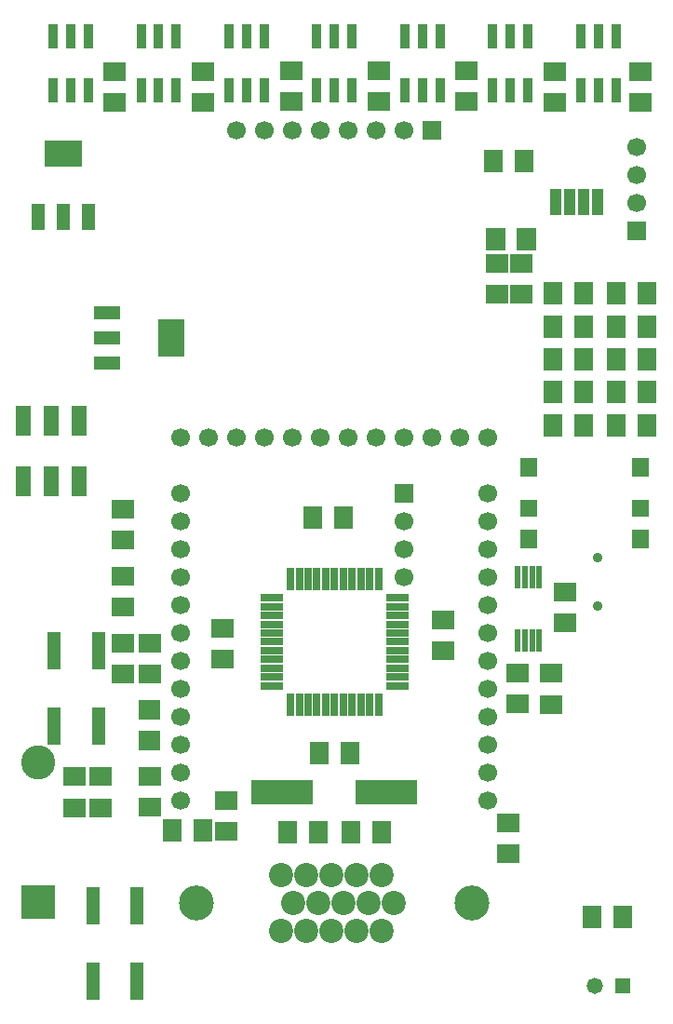
<source format=gbr>
G04 DipTrace Beta 2.3.9.1*
%INTopMask.gbr*%
%MOIN*%
%ADD56C,0.0354*%
%ADD57C,0.1252*%
%ADD63R,0.2244X0.0866*%
%ADD65C,0.0866*%
%ADD67R,0.0359X0.0879*%
%ADD69R,0.0925X0.1358*%
%ADD71R,0.0925X0.0453*%
%ADD73R,0.1358X0.0925*%
%ADD75R,0.0453X0.0925*%
%ADD77C,0.0669*%
%ADD81R,0.0433X0.0945*%
%ADD82R,0.0276X0.0787*%
%ADD83R,0.063X0.0591*%
%ADD85R,0.063X0.0669*%
%ADD87R,0.0236X0.0787*%
%ADD89C,0.0669*%
%ADD91R,0.0669X0.0669*%
%ADD93R,0.0787X0.0276*%
%ADD96R,0.0551X0.1063*%
%ADD104R,0.0579X0.0579*%
%ADD106C,0.0579*%
%ADD108R,0.0787X0.0709*%
%ADD110R,0.0709X0.0787*%
%ADD112C,0.122*%
%ADD114R,0.122X0.122*%
%ADD116R,0.0472X0.1339*%
%FSLAX44Y44*%
G04*
G70*
G90*
G75*
G01*
%LNTopMask*%
%LPD*%
D116*
X7290Y17434D3*
X5715D3*
Y14756D3*
X7290D3*
D114*
X5137Y8448D3*
D112*
Y13448D3*
D116*
X8672Y8294D3*
X7097D3*
Y5617D3*
X8672D3*
D110*
X16298Y13771D3*
X15196D3*
X14963Y22192D3*
X16066D3*
D108*
X19641Y18530D3*
Y17428D3*
X11735Y17137D3*
Y18239D3*
D110*
X21445Y34990D3*
X22547D3*
D108*
X23999Y18448D3*
Y19550D3*
X21562Y30200D3*
Y31302D3*
X22436Y30200D3*
Y31302D3*
X17318Y38193D3*
Y37091D3*
X11026Y38189D3*
Y37087D3*
X20471Y38193D3*
Y37091D3*
X14188Y38193D3*
Y37091D3*
X23625Y38189D3*
Y37087D3*
X7881Y38189D3*
Y37087D3*
X26711Y38189D3*
Y37087D3*
D106*
X25079Y5456D3*
D104*
X26079D3*
D110*
X26075Y7902D3*
X24973D3*
D56*
X25175Y20759D3*
Y19026D3*
D108*
X23487Y15523D3*
Y16625D3*
X8172Y20117D3*
Y19015D3*
X22314Y15546D3*
Y16649D3*
X8172Y21412D3*
Y22515D3*
G36*
X21165Y31782D2*
X21164Y32569D1*
X21873Y32570D1*
Y31783D1*
X21165Y31782D1*
G37*
G36*
X22267Y31783D2*
X22266Y32570D1*
X22975Y32571D1*
X22976Y31784D1*
X22267Y31783D1*
G37*
D110*
X25845Y25511D3*
X26948D3*
X24664D3*
X23562D3*
X25845Y26692D3*
X26948D3*
X24664D3*
X23562D3*
X25845Y30235D3*
X26948D3*
X24664Y27873D3*
X23562D3*
X25845Y29054D3*
X26948D3*
X24664D3*
X23562D3*
X25845Y27873D3*
X26948D3*
X24664Y30235D3*
X23562D3*
D108*
X21974Y10162D3*
Y11264D3*
X7381Y11824D3*
Y12927D3*
X6439Y11823D3*
Y12925D3*
X11862Y12089D3*
Y10987D3*
D110*
X9931Y11019D3*
X11033D3*
D108*
X9121Y12928D3*
Y11826D3*
G36*
X9516Y14971D2*
X8729D1*
Y15680D1*
X9516D1*
Y14971D1*
G37*
G36*
Y13869D2*
X8729D1*
Y14578D1*
X9516D1*
Y13869D1*
G37*
D110*
X14074Y10945D3*
X15176D3*
X17420Y10941D3*
X16318D3*
D108*
X8172Y17721D3*
Y16618D3*
X9124Y17722D3*
Y16620D3*
D96*
X6585Y23499D3*
X5601D3*
X4617D3*
Y25664D3*
X5601D3*
X6585D3*
D82*
X17322Y20003D3*
X17007D3*
X16692D3*
X16377D3*
X16062D3*
X15747D3*
X15432D3*
X15117D3*
X14802D3*
X14487D3*
X14172D3*
D93*
X13503Y19334D3*
Y19019D3*
Y18704D3*
Y18389D3*
Y18074D3*
Y17759D3*
Y17444D3*
Y17129D3*
Y16814D3*
Y16499D3*
Y16184D3*
D82*
X14172Y15515D3*
X14487D3*
X14802D3*
X15117D3*
X15432D3*
X15747D3*
X16062D3*
X16377D3*
X16692D3*
X17007D3*
X17322D3*
D93*
X17991Y16184D3*
Y16499D3*
Y16814D3*
Y17129D3*
Y17444D3*
Y17759D3*
Y18074D3*
Y18389D3*
Y18704D3*
Y19019D3*
Y19334D3*
D91*
X18247Y23082D3*
D89*
Y22082D3*
Y21082D3*
Y20082D3*
D87*
X23074Y20078D3*
X22818D3*
X22562D3*
X22306D3*
Y17794D3*
X22562D3*
X22818D3*
X23074D3*
D85*
X22696Y24007D3*
D83*
Y22546D3*
D85*
Y21448D3*
X26711D3*
D83*
Y22546D3*
D85*
Y24007D3*
D81*
X23660Y33499D3*
X24160D3*
X24660D3*
X25160D3*
D89*
X21247Y25074D3*
X20247D3*
X19247D3*
X18247D3*
X17247D3*
X16247D3*
X15247D3*
X14247D3*
X13247D3*
X12247D3*
X11247D3*
X10247D3*
D91*
X19247Y36074D3*
D77*
X18247D3*
X17247D3*
X16247D3*
X15247D3*
X14247D3*
X13247D3*
X12247D3*
D91*
X26554Y32487D3*
D89*
Y33487D3*
Y34487D3*
Y35487D3*
X10243Y23074D3*
Y22074D3*
Y21074D3*
Y20074D3*
Y19074D3*
Y18074D3*
D75*
X5125Y32966D3*
X6030D3*
X6936D3*
D73*
X6030Y35249D3*
D71*
X7601Y29544D3*
Y28639D3*
Y27733D3*
D69*
X9885Y28639D3*
D67*
X6928Y37498D3*
Y39428D3*
X6298D3*
Y37498D3*
X5668Y37503D3*
Y39428D3*
X10078Y37498D3*
Y39428D3*
X9448D3*
Y37498D3*
X8818Y37503D3*
Y39428D3*
X13227Y37498D3*
Y39428D3*
X12597D3*
Y37498D3*
X11967Y37503D3*
Y39428D3*
X16377Y37498D3*
Y39428D3*
X15747D3*
Y37498D3*
X15117Y37503D3*
Y39428D3*
X19526Y37498D3*
Y39428D3*
X18897D3*
Y37498D3*
X18267Y37503D3*
Y39428D3*
X22676Y37498D3*
Y39428D3*
X22046D3*
Y37498D3*
X21416Y37503D3*
Y39428D3*
X25826Y37498D3*
Y39428D3*
X25196D3*
Y37498D3*
X24566Y37503D3*
Y39428D3*
D89*
X10247Y17074D3*
Y16074D3*
Y15074D3*
Y14074D3*
Y13074D3*
Y12074D3*
X21247Y12082D3*
Y13082D3*
Y14082D3*
Y15082D3*
Y16082D3*
Y17082D3*
Y18082D3*
Y19082D3*
Y20082D3*
Y21082D3*
Y22082D3*
Y23082D3*
D65*
X13822Y7416D3*
X14723D3*
X15625D3*
X16526D3*
X17428D3*
X17881Y8416D3*
X16980D3*
X16078D3*
X15177D3*
X14275D3*
X13822Y9416D3*
X14723D3*
X15625D3*
X16526D3*
X17428D3*
D57*
X10812Y8415D3*
X20652Y8416D3*
D63*
X17617Y12365D3*
X13877D3*
M02*

</source>
